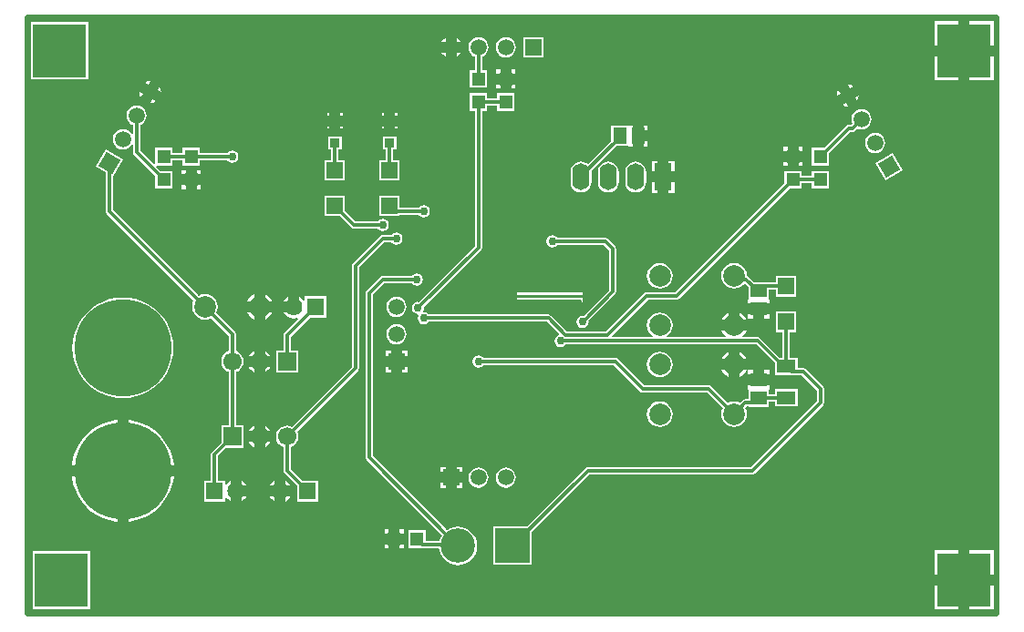
<source format=gtl>
G04*
G04 #@! TF.GenerationSoftware,Altium Limited,Altium Designer,19.1.5 (86)*
G04*
G04 Layer_Physical_Order=1*
G04 Layer_Color=255*
%FSLAX25Y25*%
%MOIN*%
G70*
G01*
G75*
%ADD13C,0.01000*%
%ADD14C,0.02000*%
%ADD15R,0.06000X0.06000*%
%ADD16R,0.05000X0.05000*%
%ADD17R,0.07087X0.05118*%
%ADD18R,0.03543X0.03543*%
%ADD19R,0.05906X0.05118*%
%ADD20R,0.05118X0.05906*%
%ADD21R,0.05000X0.05000*%
%ADD22R,0.06400X0.06400*%
%ADD47C,0.01200*%
%ADD48C,0.06693*%
%ADD49R,0.06693X0.06693*%
%ADD50O,0.06299X0.09843*%
%ADD51R,0.06299X0.09843*%
%ADD52C,0.05906*%
%ADD53R,0.05906X0.05906*%
%ADD54C,0.35433*%
%ADD55C,0.06400*%
%ADD56C,0.07900*%
%ADD57C,0.12598*%
%ADD58R,0.12598X0.12598*%
%ADD59P,0.08352X4X165.0*%
%ADD60R,0.05906X0.05906*%
%ADD61P,0.08352X4X105.0*%
%ADD62R,0.19685X0.19685*%
%ADD63R,0.19685X0.19685*%
%ADD64C,0.03000*%
G36*
X354500Y57500D02*
X354500Y57500D01*
X-0D01*
Y276000D01*
X0Y276000D01*
X354500D01*
Y57500D01*
D02*
G37*
%LPC*%
G36*
X157000Y268448D02*
Y267000D01*
X158448D01*
X157819Y267819D01*
X157000Y268448D01*
D02*
G37*
G36*
X153000D02*
X152181Y267819D01*
X151552Y267000D01*
X153000D01*
Y268448D01*
D02*
G37*
G36*
X353362Y274622D02*
X344520D01*
Y265779D01*
X353362D01*
Y274622D01*
D02*
G37*
G36*
X340520D02*
X331677D01*
Y265779D01*
X340520D01*
Y274622D01*
D02*
G37*
G36*
X158448Y263000D02*
X157000D01*
Y261552D01*
X157819Y262181D01*
X158448Y263000D01*
D02*
G37*
G36*
X153000D02*
X151552D01*
X152181Y262181D01*
X153000Y261552D01*
Y263000D01*
D02*
G37*
G36*
X188653Y268653D02*
X181347D01*
Y261347D01*
X188653D01*
Y268653D01*
D02*
G37*
G36*
X175000Y268684D02*
X174046Y268559D01*
X173158Y268191D01*
X172395Y267605D01*
X171809Y266842D01*
X171441Y265954D01*
X171316Y265000D01*
X171441Y264046D01*
X171809Y263158D01*
X172395Y262395D01*
X173158Y261809D01*
X174046Y261441D01*
X175000Y261316D01*
X175954Y261441D01*
X176842Y261809D01*
X177605Y262395D01*
X178191Y263158D01*
X178559Y264046D01*
X178684Y265000D01*
X178559Y265954D01*
X178191Y266842D01*
X177605Y267605D01*
X176842Y268191D01*
X175954Y268559D01*
X175000Y268684D01*
D02*
G37*
G36*
X178500Y256900D02*
X177000D01*
Y255400D01*
X178500D01*
Y256900D01*
D02*
G37*
G36*
X173000D02*
X171500D01*
Y255400D01*
X173000D01*
Y256900D01*
D02*
G37*
G36*
X22354Y274322D02*
X1268D01*
Y253237D01*
X22354D01*
Y274322D01*
D02*
G37*
G36*
X353362Y261779D02*
X344520D01*
Y252937D01*
X353362D01*
Y261779D01*
D02*
G37*
G36*
X340520D02*
X331677D01*
Y252937D01*
X340520D01*
Y261779D01*
D02*
G37*
G36*
X44992Y252646D02*
X43968Y252511D01*
X43014Y252116D01*
X44268Y251392D01*
X44992Y252646D01*
D02*
G37*
G36*
X165000Y268684D02*
X164046Y268559D01*
X163158Y268191D01*
X162395Y267605D01*
X161809Y266842D01*
X161441Y265954D01*
X161316Y265000D01*
X161441Y264046D01*
X161809Y263158D01*
X162395Y262395D01*
X163158Y261809D01*
X163674Y261595D01*
Y256600D01*
X161800D01*
Y250200D01*
X168200D01*
Y256600D01*
X166325D01*
Y261595D01*
X166842Y261809D01*
X167605Y262395D01*
X168191Y263158D01*
X168559Y264046D01*
X168684Y265000D01*
X168559Y265954D01*
X168191Y266842D01*
X167605Y267605D01*
X166842Y268191D01*
X165954Y268559D01*
X165000Y268684D01*
D02*
G37*
G36*
X300008Y251306D02*
X300732Y250052D01*
X301986Y250776D01*
X301032Y251171D01*
X300008Y251306D01*
D02*
G37*
G36*
X178500Y251400D02*
X177000D01*
Y249900D01*
X178500D01*
Y251400D01*
D02*
G37*
G36*
X173000D02*
X171500D01*
Y249900D01*
X173000D01*
Y251400D01*
D02*
G37*
G36*
X48456Y250646D02*
X47732Y249392D01*
X48986Y248668D01*
X48851Y249692D01*
X48456Y250646D01*
D02*
G37*
G36*
X296544Y249306D02*
X296149Y248352D01*
X296014Y247329D01*
X297268Y248053D01*
X296544Y249306D01*
D02*
G37*
G36*
X41014Y248652D02*
X41149Y247628D01*
X41544Y246674D01*
X42268Y247928D01*
X41014Y248652D01*
D02*
G37*
G36*
X178200Y248200D02*
X171800D01*
Y246325D01*
X168200D01*
Y248200D01*
X161800D01*
Y241800D01*
X163674D01*
Y192251D01*
X143207Y171783D01*
X142899Y171844D01*
X142041Y171673D01*
X141313Y171187D01*
X140827Y170459D01*
X140656Y169601D01*
X140827Y168742D01*
X141313Y168015D01*
X142041Y167528D01*
X142764Y167385D01*
X142983Y167031D01*
X143023Y166873D01*
X142928Y166730D01*
X142757Y165871D01*
X142928Y165013D01*
X143414Y164285D01*
X144142Y163799D01*
X145000Y163628D01*
X145858Y163799D01*
X146586Y164285D01*
X146760Y164546D01*
X190039D01*
X194493Y160092D01*
X194348Y159613D01*
X194142Y159572D01*
X193414Y159086D01*
X192928Y158358D01*
X192757Y157500D01*
X192928Y156642D01*
X193414Y155914D01*
X194142Y155428D01*
X195000Y155257D01*
X195858Y155428D01*
X196586Y155914D01*
X196760Y156175D01*
X266675D01*
X273257Y149593D01*
Y144950D01*
X279331D01*
X279459Y144924D01*
X283201D01*
X288674Y139451D01*
Y135549D01*
X264451Y111326D01*
X205000D01*
X204493Y111225D01*
X204063Y110937D01*
X182625Y89499D01*
X170501D01*
Y75501D01*
X184499D01*
Y87625D01*
X205549Y108675D01*
X265000D01*
X265507Y108775D01*
X265937Y109063D01*
X290937Y134063D01*
X291225Y134493D01*
X291325Y135000D01*
Y140000D01*
X291225Y140507D01*
X290937Y140937D01*
X284688Y147187D01*
X284258Y147474D01*
X283750Y147575D01*
X281743D01*
Y151468D01*
X278825D01*
Y160800D01*
X281200D01*
Y168200D01*
X273800D01*
Y160800D01*
X276174D01*
Y151468D01*
X275131D01*
X268162Y158437D01*
X267732Y158725D01*
X267224Y158826D01*
X261563D01*
X261393Y159326D01*
X261956Y159757D01*
X262749Y160791D01*
X262955Y161287D01*
X258425D01*
X253896D01*
X254101Y160791D01*
X254895Y159757D01*
X255457Y159326D01*
X255288Y158826D01*
X233896D01*
X233735Y159326D01*
X234576Y159971D01*
X235322Y160942D01*
X235790Y162074D01*
X235950Y163287D01*
X235790Y164501D01*
X235322Y165632D01*
X234576Y166604D01*
X233605Y167349D01*
X232474Y167818D01*
X231260Y167977D01*
X230046Y167818D01*
X228915Y167349D01*
X227943Y166604D01*
X227198Y165632D01*
X226729Y164501D01*
X226570Y163287D01*
X226729Y162074D01*
X227198Y160942D01*
X227943Y159971D01*
X228785Y159326D01*
X228623Y158826D01*
X213853D01*
X213662Y159287D01*
X227049Y172675D01*
X237400D01*
X237907Y172775D01*
X238337Y173063D01*
X278675Y213400D01*
X283200D01*
Y215275D01*
X286800D01*
Y213400D01*
X293200D01*
Y219800D01*
X286800D01*
Y217926D01*
X283200D01*
Y219800D01*
X276800D01*
Y215275D01*
X236851Y175326D01*
X226500D01*
X225993Y175225D01*
X225563Y174937D01*
X211651Y161026D01*
X197309D01*
X191526Y166809D01*
X191096Y167096D01*
X190588Y167197D01*
X146760D01*
X146586Y167457D01*
X145858Y167944D01*
X145135Y168087D01*
X144917Y168441D01*
X144876Y168600D01*
X144972Y168742D01*
X145142Y169601D01*
X145081Y169908D01*
X165937Y190764D01*
X166225Y191194D01*
X166325Y191702D01*
Y241800D01*
X168200D01*
Y243674D01*
X171800D01*
Y241800D01*
X178200D01*
Y248200D01*
D02*
G37*
G36*
X303986Y247312D02*
X302732Y246588D01*
X303456Y245335D01*
X303851Y246289D01*
X303986Y247312D01*
D02*
G37*
G36*
X45732Y245928D02*
X45008Y244674D01*
X46032Y244809D01*
X46986Y245204D01*
X45732Y245928D01*
D02*
G37*
G36*
X299268Y244588D02*
X298014Y243865D01*
X298968Y243470D01*
X299992Y243335D01*
X299268Y244588D01*
D02*
G37*
G36*
X135272Y240892D02*
X134500D01*
Y240120D01*
X135272D01*
Y240892D01*
D02*
G37*
G36*
X115272D02*
X114500D01*
Y240120D01*
X115272D01*
Y240892D01*
D02*
G37*
G36*
X130500D02*
X129728D01*
Y240120D01*
X130500D01*
Y240892D01*
D02*
G37*
G36*
X110500D02*
X109728D01*
Y240120D01*
X110500D01*
Y240892D01*
D02*
G37*
G36*
X305000Y242344D02*
X304046Y242219D01*
X303158Y241851D01*
X302395Y241265D01*
X301809Y240502D01*
X301441Y239614D01*
X301316Y238660D01*
X301441Y237707D01*
X301655Y237190D01*
X301090Y236625D01*
X300300D01*
X300300Y236625D01*
X299792Y236524D01*
X299362Y236237D01*
X291325Y228200D01*
X286800D01*
Y221800D01*
X293200D01*
Y226325D01*
X300849Y233974D01*
X301639D01*
X302147Y234075D01*
X302576Y234362D01*
X303530Y235315D01*
X304046Y235102D01*
X305000Y234976D01*
X305954Y235102D01*
X306842Y235470D01*
X307605Y236055D01*
X308191Y236818D01*
X308559Y237707D01*
X308684Y238660D01*
X308559Y239614D01*
X308191Y240502D01*
X307605Y241265D01*
X306842Y241851D01*
X305954Y242219D01*
X305000Y242344D01*
D02*
G37*
G36*
X135272Y236120D02*
X134500D01*
Y235348D01*
X135272D01*
Y236120D01*
D02*
G37*
G36*
X130500D02*
X129728D01*
Y235348D01*
X130500D01*
Y236120D01*
D02*
G37*
G36*
X115272D02*
X114500D01*
Y235348D01*
X115272D01*
Y236120D01*
D02*
G37*
G36*
X110500D02*
X109728D01*
Y235348D01*
X110500D01*
Y236120D01*
D02*
G37*
G36*
X226905Y236453D02*
X225346D01*
Y234500D01*
X226905D01*
Y236453D01*
D02*
G37*
G36*
X40000Y243684D02*
X39046Y243559D01*
X38158Y243191D01*
X37395Y242605D01*
X36809Y241842D01*
X36441Y240954D01*
X36316Y240000D01*
X36441Y239046D01*
X36809Y238158D01*
X37395Y237395D01*
X38158Y236809D01*
X38675Y236595D01*
Y233367D01*
X38225Y233199D01*
X38175Y233203D01*
X37605Y233945D01*
X36842Y234530D01*
X35954Y234898D01*
X35000Y235024D01*
X34046Y234898D01*
X33158Y234530D01*
X32395Y233945D01*
X31809Y233182D01*
X31441Y232293D01*
X31316Y231340D01*
X31441Y230386D01*
X31809Y229498D01*
X32395Y228735D01*
X33158Y228149D01*
X34046Y227781D01*
X35000Y227656D01*
X35954Y227781D01*
X36842Y228149D01*
X37605Y228735D01*
X38175Y229477D01*
X38225Y229481D01*
X38675Y229313D01*
Y226600D01*
X38775Y226093D01*
X39063Y225663D01*
X46800Y217926D01*
Y213400D01*
X53200D01*
Y219800D01*
X48674D01*
X47175Y221300D01*
X47382Y221800D01*
X53200D01*
Y223675D01*
X56800D01*
Y221800D01*
X63200D01*
Y223675D01*
X73240D01*
X73414Y223414D01*
X74142Y222928D01*
X75000Y222757D01*
X75858Y222928D01*
X76586Y223414D01*
X77072Y224142D01*
X77243Y225000D01*
X77072Y225858D01*
X76586Y226586D01*
X75858Y227072D01*
X75000Y227243D01*
X74142Y227072D01*
X73414Y226586D01*
X73240Y226325D01*
X63200D01*
Y228200D01*
X56800D01*
Y226325D01*
X53200D01*
Y228200D01*
X46800D01*
Y222382D01*
X46300Y222175D01*
X41326Y227149D01*
Y236595D01*
X41842Y236809D01*
X42605Y237395D01*
X43191Y238158D01*
X43559Y239046D01*
X43684Y240000D01*
X43559Y240954D01*
X43191Y241842D01*
X42605Y242605D01*
X41842Y243191D01*
X40954Y243559D01*
X40000Y243684D01*
D02*
G37*
G36*
X226905Y230500D02*
X225346D01*
Y228547D01*
X226905D01*
Y230500D01*
D02*
G37*
G36*
X221346Y236453D02*
X219787D01*
Y236153D01*
X213394D01*
Y230722D01*
X204931Y222258D01*
X204441Y222634D01*
X203505Y223022D01*
X202500Y223154D01*
X201495Y223022D01*
X200559Y222634D01*
X199754Y222017D01*
X199137Y221213D01*
X198749Y220277D01*
X198617Y219272D01*
Y215728D01*
X198749Y214723D01*
X199137Y213787D01*
X199754Y212983D01*
X200559Y212366D01*
X201495Y211978D01*
X202500Y211845D01*
X203505Y211978D01*
X204441Y212366D01*
X205246Y212983D01*
X205863Y213787D01*
X206251Y214723D01*
X206383Y215728D01*
Y219272D01*
X206303Y219881D01*
X215269Y228847D01*
X219787D01*
Y228547D01*
X221346D01*
Y232500D01*
Y236453D01*
D02*
G37*
G36*
X283500Y228500D02*
X282000D01*
Y227000D01*
X283500D01*
Y228500D01*
D02*
G37*
G36*
X278000D02*
X276500D01*
Y227000D01*
X278000D01*
Y228500D01*
D02*
G37*
G36*
X310000Y233684D02*
X309046Y233559D01*
X308158Y233191D01*
X307395Y232605D01*
X306809Y231842D01*
X306441Y230954D01*
X306316Y230000D01*
X306441Y229046D01*
X306809Y228158D01*
X307395Y227395D01*
X308158Y226809D01*
X309046Y226441D01*
X310000Y226316D01*
X310954Y226441D01*
X311842Y226809D01*
X312605Y227395D01*
X313191Y228158D01*
X313559Y229046D01*
X313684Y230000D01*
X313559Y230954D01*
X313191Y231842D01*
X312605Y232605D01*
X311842Y233191D01*
X310954Y233559D01*
X310000Y233684D01*
D02*
G37*
G36*
X283500Y223000D02*
X282000D01*
Y221500D01*
X283500D01*
Y223000D01*
D02*
G37*
G36*
X278000D02*
X276500D01*
Y221500D01*
X278000D01*
Y223000D01*
D02*
G37*
G36*
X236650Y223421D02*
X234500D01*
Y219500D01*
X236650D01*
Y223421D01*
D02*
G37*
G36*
X230500D02*
X228350D01*
Y219500D01*
X230500D01*
Y223421D01*
D02*
G37*
G36*
X63500Y220100D02*
X62000D01*
Y218600D01*
X63500D01*
Y220100D01*
D02*
G37*
G36*
X58000D02*
X56500D01*
Y218600D01*
X58000D01*
Y220100D01*
D02*
G37*
G36*
X316337Y226329D02*
X310010Y222677D01*
X313663Y216350D01*
X319990Y220003D01*
X316337Y226329D01*
D02*
G37*
G36*
X134972Y232472D02*
X130028D01*
Y227528D01*
X131175D01*
Y223700D01*
X128800D01*
Y216300D01*
X136200D01*
Y223700D01*
X133826D01*
Y227528D01*
X134972D01*
Y232472D01*
D02*
G37*
G36*
X114972D02*
X110028D01*
Y227528D01*
X111174D01*
Y223700D01*
X108800D01*
Y216300D01*
X116200D01*
Y223700D01*
X113826D01*
Y227528D01*
X114972D01*
Y232472D01*
D02*
G37*
G36*
X63500Y214600D02*
X62000D01*
Y213100D01*
X63500D01*
Y214600D01*
D02*
G37*
G36*
X58000D02*
X56500D01*
Y213100D01*
X58000D01*
Y214600D01*
D02*
G37*
G36*
X222500Y223154D02*
X221495Y223022D01*
X220559Y222634D01*
X219754Y222017D01*
X219137Y221213D01*
X218749Y220277D01*
X218617Y219272D01*
Y215728D01*
X218749Y214723D01*
X219137Y213787D01*
X219754Y212983D01*
X220559Y212366D01*
X221495Y211978D01*
X222500Y211845D01*
X223505Y211978D01*
X224441Y212366D01*
X225246Y212983D01*
X225863Y213787D01*
X226251Y214723D01*
X226383Y215728D01*
Y219272D01*
X226251Y220277D01*
X225863Y221213D01*
X225246Y222017D01*
X224441Y222634D01*
X223505Y223022D01*
X222500Y223154D01*
D02*
G37*
G36*
X212500D02*
X211495Y223022D01*
X210559Y222634D01*
X209754Y222017D01*
X209137Y221213D01*
X208750Y220277D01*
X208617Y219272D01*
Y215728D01*
X208750Y214723D01*
X209137Y213787D01*
X209754Y212983D01*
X210559Y212366D01*
X211495Y211978D01*
X212500Y211845D01*
X213505Y211978D01*
X214441Y212366D01*
X215246Y212983D01*
X215863Y213787D01*
X216250Y214723D01*
X216383Y215728D01*
Y219272D01*
X216250Y220277D01*
X215863Y221213D01*
X215246Y222017D01*
X214441Y222634D01*
X213505Y223022D01*
X212500Y223154D01*
D02*
G37*
G36*
X236650Y215500D02*
X234500D01*
Y211579D01*
X236650D01*
Y215500D01*
D02*
G37*
G36*
X230500D02*
X228350D01*
Y211579D01*
X230500D01*
Y215500D01*
D02*
G37*
G36*
X136200Y210700D02*
X128800D01*
Y203300D01*
X136200D01*
Y203675D01*
X143240D01*
X143414Y203414D01*
X144142Y202928D01*
X145000Y202757D01*
X145858Y202928D01*
X146586Y203414D01*
X147072Y204142D01*
X147243Y205000D01*
X147072Y205858D01*
X146586Y206586D01*
X145858Y207072D01*
X145000Y207243D01*
X144142Y207072D01*
X143414Y206586D01*
X143240Y206326D01*
X136200D01*
Y210700D01*
D02*
G37*
G36*
X116200D02*
X108800D01*
Y203300D01*
X114325D01*
X118563Y199063D01*
X118993Y198775D01*
X119500Y198674D01*
X128240D01*
X128414Y198414D01*
X129142Y197928D01*
X130000Y197757D01*
X130858Y197928D01*
X131586Y198414D01*
X132072Y199142D01*
X132243Y200000D01*
X132072Y200858D01*
X131586Y201586D01*
X130858Y202072D01*
X130000Y202243D01*
X129142Y202072D01*
X128414Y201586D01*
X128240Y201325D01*
X120049D01*
X116200Y205174D01*
Y210700D01*
D02*
G37*
G36*
X135000Y197243D02*
X134142Y197072D01*
X133414Y196586D01*
X133240Y196326D01*
X130000D01*
X129493Y196225D01*
X129063Y195937D01*
X119063Y185937D01*
X118775Y185507D01*
X118675Y185000D01*
Y148049D01*
X96772Y126146D01*
X96056Y126442D01*
X95000Y126581D01*
X93944Y126442D01*
X92959Y126035D01*
X92114Y125386D01*
X91465Y124541D01*
X91058Y123556D01*
X90919Y122500D01*
X91058Y121444D01*
X91465Y120459D01*
X92114Y119614D01*
X92959Y118965D01*
X93674Y118669D01*
Y110000D01*
X93775Y109493D01*
X94063Y109063D01*
X98600Y104525D01*
Y98600D01*
X106400D01*
Y106400D01*
X100475D01*
X96325Y110549D01*
Y118669D01*
X97041Y118965D01*
X97886Y119614D01*
X98535Y120459D01*
X98942Y121444D01*
X99081Y122500D01*
X98942Y123556D01*
X98646Y124272D01*
X120937Y146563D01*
X121225Y146993D01*
X121326Y147500D01*
Y184451D01*
X130549Y193675D01*
X133240D01*
X133414Y193414D01*
X134142Y192928D01*
X135000Y192757D01*
X135858Y192928D01*
X136586Y193414D01*
X137072Y194142D01*
X137243Y195000D01*
X137072Y195858D01*
X136586Y196586D01*
X135858Y197072D01*
X135000Y197243D01*
D02*
G37*
G36*
X142500Y182243D02*
X141642Y182072D01*
X140914Y181586D01*
X140740Y181325D01*
X130000D01*
X129493Y181225D01*
X129063Y180937D01*
X124063Y175937D01*
X123775Y175507D01*
X123674Y175000D01*
Y115000D01*
X123775Y114493D01*
X124063Y114063D01*
X151682Y86444D01*
X151652Y86407D01*
X151002Y85191D01*
X150770Y84425D01*
X145700D01*
Y88200D01*
X139300D01*
Y81800D01*
X144272D01*
X144400Y81774D01*
X150538D01*
X150602Y81128D01*
X151002Y79809D01*
X151652Y78593D01*
X152527Y77527D01*
X153593Y76652D01*
X154809Y76002D01*
X156128Y75602D01*
X157500Y75467D01*
X158872Y75602D01*
X160191Y76002D01*
X161407Y76652D01*
X162473Y77527D01*
X163348Y78593D01*
X163998Y79809D01*
X164398Y81128D01*
X164533Y82500D01*
X164398Y83872D01*
X163998Y85191D01*
X163348Y86407D01*
X162473Y87473D01*
X161407Y88348D01*
X160191Y88998D01*
X158872Y89398D01*
X157500Y89533D01*
X156128Y89398D01*
X154809Y88998D01*
X153593Y88348D01*
X153556Y88318D01*
X126326Y115549D01*
Y174451D01*
X130549Y178674D01*
X140740D01*
X140914Y178414D01*
X141642Y177928D01*
X142500Y177757D01*
X143358Y177928D01*
X144086Y178414D01*
X144572Y179142D01*
X144743Y180000D01*
X144572Y180858D01*
X144086Y181586D01*
X143358Y182072D01*
X142500Y182243D01*
D02*
G37*
G36*
X231260Y186088D02*
X230046Y185928D01*
X228915Y185459D01*
X227943Y184714D01*
X227198Y183743D01*
X226729Y182612D01*
X226570Y181398D01*
X226729Y180184D01*
X227198Y179053D01*
X227943Y178081D01*
X228915Y177336D01*
X230046Y176867D01*
X231260Y176707D01*
X232474Y176867D01*
X233605Y177336D01*
X234576Y178081D01*
X235322Y179053D01*
X235790Y180184D01*
X235950Y181398D01*
X235790Y182612D01*
X235322Y183743D01*
X234576Y184714D01*
X233605Y185459D01*
X232474Y185928D01*
X231260Y186088D01*
D02*
G37*
G36*
X258425D02*
X257211Y185928D01*
X256080Y185459D01*
X255109Y184714D01*
X254363Y183743D01*
X253895Y182612D01*
X253735Y181398D01*
X253895Y180184D01*
X254363Y179053D01*
X255109Y178081D01*
X256080Y177336D01*
X257211Y176867D01*
X258425Y176707D01*
X259639Y176867D01*
X260770Y177336D01*
X261742Y178081D01*
X261980Y178392D01*
X262643Y178435D01*
X263847Y177231D01*
Y172713D01*
X263547D01*
Y171153D01*
X267500D01*
Y169153D01*
D01*
Y171153D01*
X271453D01*
Y172713D01*
X271153D01*
Y176174D01*
X273800D01*
Y173800D01*
X281200D01*
Y181200D01*
X273800D01*
Y178825D01*
X271153D01*
Y179105D01*
X265722D01*
X263774Y181053D01*
X263344Y181340D01*
X263114Y181386D01*
X263115Y181398D01*
X262955Y182612D01*
X262487Y183743D01*
X261742Y184714D01*
X260770Y185459D01*
X259639Y185928D01*
X258425Y186088D01*
D02*
G37*
G36*
X109274Y173900D02*
X101474D01*
Y172542D01*
X100974Y172372D01*
X100496Y172995D01*
X99618Y173669D01*
X99500Y173718D01*
Y170000D01*
X97500D01*
Y168000D01*
X93782D01*
X93831Y167882D01*
X94504Y167005D01*
X95382Y166331D01*
X96404Y165908D01*
X97500Y165764D01*
X98596Y165908D01*
X98774Y165982D01*
X99057Y165558D01*
X94063Y160563D01*
X93775Y160133D01*
X93674Y159626D01*
Y154046D01*
X90953D01*
Y145954D01*
X99046D01*
Y154046D01*
X96325D01*
Y159077D01*
X103349Y166100D01*
X109274D01*
Y173900D01*
D02*
G37*
G36*
X87000Y174529D02*
Y172000D01*
X89529D01*
X89324Y172496D01*
X88530Y173530D01*
X87496Y174324D01*
X87000Y174529D01*
D02*
G37*
G36*
X95500Y173718D02*
X95382Y173669D01*
X94504Y172995D01*
X93831Y172118D01*
X93782Y172000D01*
X95500D01*
Y173718D01*
D02*
G37*
G36*
X83000Y174529D02*
X82504Y174324D01*
X81470Y173530D01*
X80676Y172496D01*
X80471Y172000D01*
X83000D01*
Y174529D01*
D02*
G37*
G36*
X179000Y175507D02*
Y174000D01*
Y172493D01*
X179189Y172776D01*
X202496D01*
X202645Y172025D01*
X203000Y171493D01*
Y173000D01*
Y175224D01*
X179189D01*
X179000Y175507D01*
D02*
G37*
G36*
X192000Y196243D02*
X191142Y196072D01*
X190414Y195586D01*
X189928Y194858D01*
X189757Y194000D01*
X189928Y193142D01*
X190414Y192414D01*
X191142Y191928D01*
X192000Y191757D01*
X192858Y191928D01*
X193586Y192414D01*
X193760Y192675D01*
X210748D01*
X212674Y190748D01*
Y176049D01*
X203347Y166721D01*
X203039Y166782D01*
X202181Y166612D01*
X201453Y166126D01*
X200967Y165398D01*
X200796Y164539D01*
X200967Y163681D01*
X201453Y162953D01*
X202181Y162467D01*
X203039Y162296D01*
X203898Y162467D01*
X204626Y162953D01*
X205112Y163681D01*
X205282Y164539D01*
X205221Y164847D01*
X214937Y174563D01*
X215225Y174993D01*
X215325Y175500D01*
Y191297D01*
X215225Y191804D01*
X214937Y192234D01*
X212234Y194937D01*
X211804Y195225D01*
X211297Y195326D01*
X193760D01*
X193586Y195586D01*
X192858Y196072D01*
X192000Y196243D01*
D02*
G37*
G36*
X135000Y173684D02*
X134046Y173559D01*
X133158Y173191D01*
X132395Y172605D01*
X131809Y171842D01*
X131441Y170954D01*
X131316Y170000D01*
X131441Y169046D01*
X131809Y168158D01*
X132395Y167395D01*
X133158Y166809D01*
X134046Y166441D01*
X135000Y166316D01*
X135954Y166441D01*
X136842Y166809D01*
X137605Y167395D01*
X138191Y168158D01*
X138559Y169046D01*
X138684Y170000D01*
X138559Y170954D01*
X138191Y171842D01*
X137605Y172605D01*
X136842Y173191D01*
X135954Y173559D01*
X135000Y173684D01*
D02*
G37*
G36*
X271453Y167154D02*
X269500D01*
Y165594D01*
X271453D01*
Y167154D01*
D02*
G37*
G36*
X265500D02*
X263547D01*
Y165594D01*
X265500D01*
Y167154D01*
D02*
G37*
G36*
X89529Y168000D02*
X87000D01*
Y165471D01*
X87496Y165676D01*
X88530Y166470D01*
X89324Y167504D01*
X89529Y168000D01*
D02*
G37*
G36*
X83000D02*
X80471D01*
X80676Y167504D01*
X81470Y166470D01*
X82504Y165676D01*
X83000Y165471D01*
Y168000D01*
D02*
G37*
G36*
X260425Y167817D02*
Y165287D01*
X262955D01*
X262749Y165784D01*
X261956Y166818D01*
X260922Y167611D01*
X260425Y167817D01*
D02*
G37*
G36*
X256425Y167817D02*
X255929Y167611D01*
X254895Y166818D01*
X254101Y165784D01*
X253896Y165287D01*
X256425D01*
Y167817D01*
D02*
G37*
G36*
X135000Y163684D02*
X134046Y163559D01*
X133158Y163191D01*
X132395Y162605D01*
X131809Y161842D01*
X131441Y160954D01*
X131316Y160000D01*
X131441Y159046D01*
X131809Y158158D01*
X132395Y157395D01*
X133158Y156809D01*
X134046Y156441D01*
X135000Y156316D01*
X135954Y156441D01*
X136842Y156809D01*
X137605Y157395D01*
X138191Y158158D01*
X138559Y159046D01*
X138684Y160000D01*
X138559Y160954D01*
X138191Y161842D01*
X137605Y162605D01*
X136842Y163191D01*
X135954Y163559D01*
X135000Y163684D01*
D02*
G37*
G36*
X87000Y153876D02*
Y152000D01*
X88876D01*
X88797Y152192D01*
X88100Y153100D01*
X87192Y153797D01*
X87000Y153876D01*
D02*
G37*
G36*
X138953Y153953D02*
X137000D01*
Y152000D01*
X138953D01*
Y153953D01*
D02*
G37*
G36*
X133000D02*
X131047D01*
Y152000D01*
X133000D01*
Y153953D01*
D02*
G37*
G36*
X83000Y153876D02*
X82808Y153797D01*
X81900Y153100D01*
X81203Y152192D01*
X81124Y152000D01*
X83000D01*
Y153876D01*
D02*
G37*
G36*
X260425Y153427D02*
Y150898D01*
X262955D01*
X262749Y151394D01*
X261956Y152428D01*
X260922Y153221D01*
X260425Y153427D01*
D02*
G37*
G36*
X256425Y153427D02*
X255929Y153221D01*
X254895Y152428D01*
X254101Y151394D01*
X253896Y150898D01*
X256425D01*
Y153427D01*
D02*
G37*
G36*
X88876Y148000D02*
X87000D01*
Y146124D01*
X87192Y146203D01*
X88100Y146900D01*
X88797Y147808D01*
X88876Y148000D01*
D02*
G37*
G36*
X83000D02*
X81124D01*
X81203Y147808D01*
X81900Y146900D01*
X82808Y146203D01*
X83000Y146124D01*
Y148000D01*
D02*
G37*
G36*
X138953D02*
X137000D01*
Y146047D01*
X138953D01*
Y148000D01*
D02*
G37*
G36*
X133000D02*
X131047D01*
Y146047D01*
X133000D01*
Y148000D01*
D02*
G37*
G36*
X271453Y146906D02*
X269500D01*
Y145346D01*
X271453D01*
Y146906D01*
D02*
G37*
G36*
X265500D02*
X263547D01*
Y145346D01*
X265500D01*
Y146906D01*
D02*
G37*
G36*
X256425Y146898D02*
X253896D01*
X254101Y146401D01*
X254895Y145367D01*
X255929Y144574D01*
X256425Y144368D01*
Y146898D01*
D02*
G37*
G36*
X262955D02*
X260425D01*
Y144368D01*
X260922Y144574D01*
X261956Y145367D01*
X262749Y146401D01*
X262955Y146898D01*
D02*
G37*
G36*
X231260Y153588D02*
X230046Y153428D01*
X228915Y152959D01*
X227943Y152214D01*
X227198Y151243D01*
X226729Y150111D01*
X226570Y148898D01*
X226729Y147684D01*
X227198Y146553D01*
X227943Y145581D01*
X228915Y144836D01*
X230046Y144367D01*
X231260Y144208D01*
X232474Y144367D01*
X233605Y144836D01*
X234576Y145581D01*
X235322Y146553D01*
X235790Y147684D01*
X235950Y148898D01*
X235790Y150111D01*
X235322Y151243D01*
X234576Y152214D01*
X233605Y152959D01*
X232474Y153428D01*
X231260Y153588D01*
D02*
G37*
G36*
X35000Y173456D02*
X32591Y173298D01*
X30223Y172827D01*
X27937Y172051D01*
X25772Y170983D01*
X23765Y169642D01*
X21950Y168050D01*
X20358Y166235D01*
X19017Y164228D01*
X17949Y162063D01*
X17173Y159777D01*
X16702Y157409D01*
X16544Y155000D01*
X16702Y152591D01*
X17173Y150223D01*
X17949Y147937D01*
X19017Y145772D01*
X20358Y143765D01*
X21950Y141950D01*
X23765Y140358D01*
X25772Y139017D01*
X27937Y137949D01*
X30223Y137173D01*
X32591Y136702D01*
X35000Y136544D01*
X37409Y136702D01*
X39777Y137173D01*
X42063Y137949D01*
X44228Y139017D01*
X46235Y140358D01*
X48050Y141950D01*
X49642Y143765D01*
X50983Y145772D01*
X52051Y147937D01*
X52827Y150223D01*
X53298Y152591D01*
X53456Y155000D01*
X53298Y157409D01*
X52827Y159777D01*
X52051Y162063D01*
X50983Y164228D01*
X49642Y166235D01*
X48050Y168050D01*
X46235Y169642D01*
X44228Y170983D01*
X42063Y172051D01*
X39777Y172827D01*
X37409Y173298D01*
X35000Y173456D01*
D02*
G37*
G36*
X165000Y152243D02*
X164142Y152072D01*
X163414Y151586D01*
X162928Y150858D01*
X162757Y150000D01*
X162928Y149142D01*
X163414Y148414D01*
X164142Y147928D01*
X165000Y147757D01*
X165858Y147928D01*
X166586Y148414D01*
X166760Y148674D01*
X214451D01*
X224063Y139063D01*
X224493Y138775D01*
X225000Y138674D01*
X248664D01*
X254317Y133021D01*
X253895Y132001D01*
X253735Y130787D01*
X253895Y129574D01*
X254363Y128442D01*
X255109Y127471D01*
X256080Y126726D01*
X257211Y126257D01*
X258425Y126097D01*
X259639Y126257D01*
X260770Y126726D01*
X261742Y127471D01*
X262487Y128442D01*
X262955Y129574D01*
X263115Y130787D01*
X262955Y132001D01*
X262533Y133021D01*
X263040Y133528D01*
X263847D01*
Y133395D01*
X271153D01*
Y135466D01*
X273257D01*
Y133532D01*
X281743D01*
Y140050D01*
X273257D01*
Y138117D01*
X271153D01*
Y139787D01*
X271453D01*
Y141347D01*
X263547D01*
Y139787D01*
X263847D01*
Y136179D01*
X262491D01*
X261984Y136078D01*
X261554Y135791D01*
X260659Y134895D01*
X259639Y135318D01*
X258425Y135477D01*
X257211Y135318D01*
X256192Y134895D01*
X250150Y140937D01*
X249720Y141225D01*
X249213Y141325D01*
X225549D01*
X215937Y150937D01*
X215507Y151225D01*
X215000Y151326D01*
X166760D01*
X166586Y151586D01*
X165858Y152072D01*
X165000Y152243D01*
D02*
G37*
G36*
X231260Y135477D02*
X230046Y135318D01*
X228915Y134849D01*
X227943Y134104D01*
X227198Y133133D01*
X226729Y132001D01*
X226570Y130787D01*
X226729Y129574D01*
X227198Y128442D01*
X227943Y127471D01*
X228915Y126726D01*
X230046Y126257D01*
X231260Y126097D01*
X232474Y126257D01*
X233605Y126726D01*
X234576Y127471D01*
X235322Y128442D01*
X235790Y129574D01*
X235950Y130787D01*
X235790Y132001D01*
X235322Y133133D01*
X234576Y134104D01*
X233605Y134849D01*
X232474Y135318D01*
X231260Y135477D01*
D02*
G37*
G36*
X87000Y126376D02*
Y124500D01*
X88876D01*
X88797Y124692D01*
X88100Y125600D01*
X87192Y126297D01*
X87000Y126376D01*
D02*
G37*
G36*
X83000D02*
X82808Y126297D01*
X81900Y125600D01*
X81203Y124692D01*
X81124Y124500D01*
X83000D01*
Y126376D01*
D02*
G37*
G36*
X88876Y120500D02*
X87000D01*
Y118624D01*
X87192Y118703D01*
X88100Y119400D01*
X88797Y120308D01*
X88876Y120500D01*
D02*
G37*
G36*
X83000D02*
X81124D01*
X81203Y120308D01*
X81900Y119400D01*
X82808Y118703D01*
X83000Y118624D01*
Y120500D01*
D02*
G37*
G36*
X37000Y128626D02*
Y112000D01*
X53626D01*
X53596Y112448D01*
X53118Y114855D01*
X52329Y117178D01*
X51244Y119378D01*
X49881Y121418D01*
X48263Y123263D01*
X46418Y124881D01*
X44378Y126244D01*
X42178Y127329D01*
X39855Y128118D01*
X37448Y128596D01*
X37000Y128626D01*
D02*
G37*
G36*
X33000D02*
X32552Y128596D01*
X30145Y128118D01*
X27822Y127329D01*
X25622Y126244D01*
X23582Y124881D01*
X21737Y123263D01*
X20119Y121418D01*
X18756Y119378D01*
X17671Y117178D01*
X16882Y114855D01*
X16404Y112448D01*
X16374Y112000D01*
X33000D01*
Y128626D01*
D02*
G37*
G36*
X158953Y111453D02*
X157000D01*
Y109500D01*
X158953D01*
Y111453D01*
D02*
G37*
G36*
X153000D02*
X151047D01*
Y109500D01*
X153000D01*
Y111453D01*
D02*
G37*
G36*
X94500Y106218D02*
Y104500D01*
X96218D01*
X96169Y104618D01*
X95495Y105496D01*
X94618Y106169D01*
X94500Y106218D01*
D02*
G37*
G36*
X78437D02*
Y104500D01*
X80155D01*
X80106Y104618D01*
X79432Y105496D01*
X78555Y106169D01*
X78437Y106218D01*
D02*
G37*
G36*
X90500D02*
X90382Y106169D01*
X89504Y105496D01*
X88831Y104618D01*
X88782Y104500D01*
X90500D01*
Y106218D01*
D02*
G37*
G36*
X175000Y111184D02*
X174046Y111059D01*
X173158Y110691D01*
X172395Y110105D01*
X171809Y109342D01*
X171441Y108454D01*
X171316Y107500D01*
X171441Y106546D01*
X171809Y105658D01*
X172395Y104895D01*
X173158Y104309D01*
X174046Y103941D01*
X175000Y103816D01*
X175954Y103941D01*
X176842Y104309D01*
X177605Y104895D01*
X178191Y105658D01*
X178559Y106546D01*
X178684Y107500D01*
X178559Y108454D01*
X178191Y109342D01*
X177605Y110105D01*
X176842Y110691D01*
X175954Y111059D01*
X175000Y111184D01*
D02*
G37*
G36*
X165000D02*
X164046Y111059D01*
X163158Y110691D01*
X162395Y110105D01*
X161809Y109342D01*
X161441Y108454D01*
X161316Y107500D01*
X161441Y106546D01*
X161809Y105658D01*
X162395Y104895D01*
X163158Y104309D01*
X164046Y103941D01*
X165000Y103816D01*
X165954Y103941D01*
X166842Y104309D01*
X167605Y104895D01*
X168191Y105658D01*
X168559Y106546D01*
X168684Y107500D01*
X168559Y108454D01*
X168191Y109342D01*
X167605Y110105D01*
X166842Y110691D01*
X165954Y111059D01*
X165000Y111184D01*
D02*
G37*
G36*
X158953Y105500D02*
X157000D01*
Y103547D01*
X158953D01*
Y105500D01*
D02*
G37*
G36*
X153000D02*
X151047D01*
Y103547D01*
X153000D01*
Y105500D01*
D02*
G37*
G36*
X96218Y100500D02*
X94500D01*
Y98782D01*
X94618Y98831D01*
X95495Y99505D01*
X96169Y100382D01*
X96218Y100500D01*
D02*
G37*
G36*
X80155D02*
X78437D01*
Y98782D01*
X78555Y98831D01*
X79432Y99505D01*
X80106Y100382D01*
X80155Y100500D01*
D02*
G37*
G36*
X28663Y227669D02*
X25010Y221342D01*
X28675Y219227D01*
Y205000D01*
X28775Y204493D01*
X29063Y204063D01*
X60892Y172233D01*
X60470Y171214D01*
X60310Y170000D01*
X60470Y168786D01*
X60938Y167655D01*
X61684Y166684D01*
X62655Y165938D01*
X63786Y165470D01*
X65000Y165310D01*
X66214Y165470D01*
X67234Y165892D01*
X73674Y159451D01*
Y153831D01*
X72959Y153535D01*
X72114Y152886D01*
X71465Y152041D01*
X71058Y151056D01*
X70919Y150000D01*
X71058Y148944D01*
X71465Y147959D01*
X72114Y147114D01*
X72959Y146465D01*
X73674Y146169D01*
Y126547D01*
X70954D01*
Y120328D01*
X67626Y117000D01*
X67338Y116570D01*
X67238Y116063D01*
Y106400D01*
X64663D01*
Y98600D01*
X72463D01*
Y99958D01*
X72963Y100128D01*
X73441Y99505D01*
X74319Y98831D01*
X74437Y98782D01*
Y102500D01*
Y106218D01*
X74319Y106169D01*
X73441Y105496D01*
X72963Y104872D01*
X72463Y105042D01*
Y106400D01*
X69889D01*
Y115514D01*
X72828Y118454D01*
X79046D01*
Y126547D01*
X76326D01*
Y146169D01*
X77041Y146465D01*
X77886Y147114D01*
X78535Y147959D01*
X78942Y148944D01*
X79081Y150000D01*
X78942Y151056D01*
X78535Y152041D01*
X77886Y152886D01*
X77041Y153535D01*
X76326Y153831D01*
Y160000D01*
X76225Y160507D01*
X75937Y160937D01*
X69108Y167766D01*
X69530Y168786D01*
X69690Y170000D01*
X69530Y171214D01*
X69062Y172345D01*
X68316Y173316D01*
X67345Y174062D01*
X66214Y174530D01*
X65000Y174690D01*
X63786Y174530D01*
X62766Y174108D01*
X31326Y205549D01*
Y217683D01*
X31337Y217690D01*
X31337D01*
X34990Y224016D01*
X28663Y227669D01*
D02*
G37*
G36*
X90500Y100500D02*
X88782D01*
X88831Y100382D01*
X89504Y99505D01*
X90382Y98831D01*
X90500Y98782D01*
Y100500D01*
D02*
G37*
G36*
X53626Y108000D02*
X37000D01*
Y91374D01*
X37448Y91404D01*
X39855Y91882D01*
X42178Y92671D01*
X44378Y93756D01*
X46418Y95119D01*
X48263Y96737D01*
X49881Y98582D01*
X51244Y100622D01*
X52329Y102822D01*
X53118Y105145D01*
X53596Y107552D01*
X53626Y108000D01*
D02*
G37*
G36*
X33000D02*
X16374D01*
X16404Y107552D01*
X16882Y105145D01*
X17671Y102822D01*
X18756Y100622D01*
X20119Y98582D01*
X21737Y96737D01*
X23582Y95119D01*
X25622Y93756D01*
X27822Y92671D01*
X30145Y91882D01*
X32552Y91404D01*
X33000Y91374D01*
Y108000D01*
D02*
G37*
G36*
X137600Y88500D02*
X136100D01*
Y87000D01*
X137600D01*
Y88500D01*
D02*
G37*
G36*
X132100D02*
X130600D01*
Y87000D01*
X132100D01*
Y88500D01*
D02*
G37*
G36*
X137600Y83000D02*
X136100D01*
Y81500D01*
X137600D01*
Y83000D01*
D02*
G37*
G36*
X132100D02*
X130600D01*
Y81500D01*
X132100D01*
Y83000D01*
D02*
G37*
G36*
X353343Y80843D02*
X344500D01*
Y72000D01*
X353343D01*
Y80843D01*
D02*
G37*
G36*
X340500D02*
X331658D01*
Y72000D01*
X340500D01*
Y80843D01*
D02*
G37*
G36*
X23043Y80542D02*
X1957D01*
Y59457D01*
X23043D01*
Y80542D01*
D02*
G37*
G36*
X353343Y68000D02*
X344500D01*
Y59158D01*
X353343D01*
Y68000D01*
D02*
G37*
G36*
X340500D02*
X331658D01*
Y59158D01*
X340500D01*
Y68000D01*
D02*
G37*
%LPD*%
D13*
X204000Y174000D02*
X205000Y173000D01*
X177000Y174000D02*
X204000D01*
D14*
X223346Y232106D02*
Y232500D01*
X0Y276000D02*
X354500D01*
X-0Y57500D02*
X0Y276000D01*
X-0Y57500D02*
X354500D01*
X354500Y276000D01*
D15*
X277500Y177500D02*
D03*
Y164500D02*
D03*
X112500Y220000D02*
D03*
Y207000D02*
D03*
X132500Y220000D02*
D03*
Y207000D02*
D03*
D16*
X142500Y85000D02*
D03*
X134100D02*
D03*
D17*
X277500Y136791D02*
D03*
Y148209D02*
D03*
D18*
X132500Y238120D02*
D03*
Y230000D02*
D03*
X112500Y238120D02*
D03*
Y230000D02*
D03*
D19*
X267500Y175847D02*
D03*
Y169153D02*
D03*
Y136653D02*
D03*
Y143347D02*
D03*
D20*
X223346Y232500D02*
D03*
X216653D02*
D03*
D21*
X50000Y216600D02*
D03*
Y225000D02*
D03*
X165000Y253400D02*
D03*
Y245000D02*
D03*
X290000Y225000D02*
D03*
Y216600D02*
D03*
X60000Y225000D02*
D03*
Y216600D02*
D03*
X175000Y245000D02*
D03*
Y253400D02*
D03*
X280000Y216600D02*
D03*
Y225000D02*
D03*
D22*
X102500Y102500D02*
D03*
X105374Y170000D02*
D03*
X68563Y102500D02*
D03*
D47*
X214000Y175500D02*
Y191297D01*
X203289Y164789D02*
X214000Y175500D01*
X202789Y164789D02*
X203289D01*
X211297Y194000D02*
X214000Y191297D01*
X192000Y194000D02*
X211297D01*
X212200Y159700D02*
X226500Y174000D01*
X196760Y159700D02*
X212200D01*
X190588Y165871D02*
X196760Y159700D01*
X145000Y165871D02*
X190588D01*
X226500Y174000D02*
X237400D01*
X280000Y216600D01*
X283750Y146250D02*
X290000Y140000D01*
X279459Y146250D02*
X283750D01*
X277500Y148209D02*
X279459Y146250D01*
X290000Y135000D02*
Y140000D01*
X265000Y110000D02*
X290000Y135000D01*
X205000Y110000D02*
X265000D01*
X177500Y82500D02*
X205000Y110000D01*
X202500Y217500D02*
Y217953D01*
X216653Y232106D01*
X202500Y215728D02*
Y217500D01*
X120000Y185000D02*
X130000Y195000D01*
X135000D01*
X120000Y147500D02*
Y185000D01*
X95000Y122500D02*
X120000Y147500D01*
X165000Y191702D02*
Y245000D01*
X142899Y169601D02*
X165000Y191702D01*
X249213Y140000D02*
X258425Y130787D01*
X225000Y140000D02*
X249213D01*
X215000Y150000D02*
X225000Y140000D01*
X165000Y150000D02*
X215000D01*
X267224Y157500D02*
X276516Y148209D01*
X277500D01*
X195000Y157500D02*
X267224D01*
X156900Y83100D02*
X157500Y82500D01*
X125000Y115000D02*
X156900Y83100D01*
X125000Y115000D02*
Y175000D01*
X130000Y180000D01*
X142500D01*
X300300Y235299D02*
X301639D01*
X290000Y225000D02*
X300300Y235299D01*
X301639D02*
X305000Y238660D01*
X280000Y216600D02*
X290000D01*
X60000Y225000D02*
X75000D01*
X144400Y83100D02*
X156900D01*
X142500Y85000D02*
X144400Y83100D01*
X165000Y245000D02*
X175000D01*
X165000Y253400D02*
Y265000D01*
X119500Y200000D02*
X130000D01*
X112500Y207000D02*
X119500Y200000D01*
X134500Y205000D02*
X145000D01*
X132500Y207000D02*
X134500Y205000D01*
X112500Y220000D02*
Y230000D01*
X132500Y220000D02*
Y230000D01*
X216653Y232106D02*
Y232500D01*
X258425Y181398D02*
X259707Y180116D01*
X262837D01*
X267106Y175847D01*
X267500D01*
X269153Y177500D01*
X277500D01*
X262491Y134853D02*
X265700D01*
X267500Y136653D01*
X258425Y130787D02*
X262491Y134853D01*
X277500Y164500D02*
X277500Y164500D01*
Y148209D02*
Y164500D01*
X267500Y136653D02*
X267638Y136791D01*
X277500D01*
X50000Y225000D02*
X60000D01*
X40000Y226600D02*
X50000Y216600D01*
X40000Y226600D02*
Y240000D01*
X30000Y205000D02*
Y222679D01*
Y205000D02*
X65000Y170000D01*
X95000Y110000D02*
X102500Y102500D01*
X95000Y110000D02*
Y122500D01*
X65000Y170000D02*
X75000Y160000D01*
Y150000D02*
Y160000D01*
X95000Y159626D02*
X105374Y170000D01*
X95000Y150000D02*
Y159626D01*
X68563Y116063D02*
X75000Y122500D01*
X68563Y102500D02*
Y116063D01*
X75000Y122500D02*
Y150000D01*
D48*
X95000Y122500D02*
D03*
X85000D02*
D03*
X75000Y150000D02*
D03*
X85000D02*
D03*
D49*
X75000Y122500D02*
D03*
X95000Y150000D02*
D03*
D50*
X202500Y217500D02*
D03*
X212500D02*
D03*
X222500D02*
D03*
D51*
X232500D02*
D03*
D52*
X135000Y170000D02*
D03*
Y160000D02*
D03*
X300000Y247321D02*
D03*
X305000Y238660D02*
D03*
X310000Y230000D02*
D03*
X165000Y107500D02*
D03*
X175000D02*
D03*
X45000Y248660D02*
D03*
X40000Y240000D02*
D03*
X35000Y231340D02*
D03*
X155000Y265000D02*
D03*
X165000D02*
D03*
X175000D02*
D03*
D53*
X135000Y150000D02*
D03*
D54*
X35000Y110000D02*
D03*
Y155000D02*
D03*
D55*
X92500Y102500D02*
D03*
X97500Y170000D02*
D03*
X76437Y102500D02*
D03*
D56*
X85000Y170000D02*
D03*
X65000D02*
D03*
X231260Y130787D02*
D03*
Y148898D02*
D03*
X258425D02*
D03*
Y130787D02*
D03*
X231260Y163287D02*
D03*
Y181398D02*
D03*
X258425D02*
D03*
Y163287D02*
D03*
D57*
X157500Y82500D02*
D03*
D58*
X177500D02*
D03*
D59*
X315000Y221340D02*
D03*
D60*
X155000Y107500D02*
D03*
X185000Y265000D02*
D03*
D61*
X30000Y222679D02*
D03*
D62*
X11811Y263779D02*
D03*
X12500Y70000D02*
D03*
X342520Y263779D02*
D03*
D63*
X342500Y70000D02*
D03*
D64*
X205000Y173000D02*
D03*
X177000Y174000D02*
D03*
X195000Y157500D02*
D03*
X203039Y164539D02*
D03*
X192000Y194000D02*
D03*
X135000Y195000D02*
D03*
X145000Y165871D02*
D03*
X142899Y169601D02*
D03*
X165000Y150000D02*
D03*
X142500Y180000D02*
D03*
X75000Y225000D02*
D03*
X130000Y200000D02*
D03*
X145000Y205000D02*
D03*
M02*

</source>
